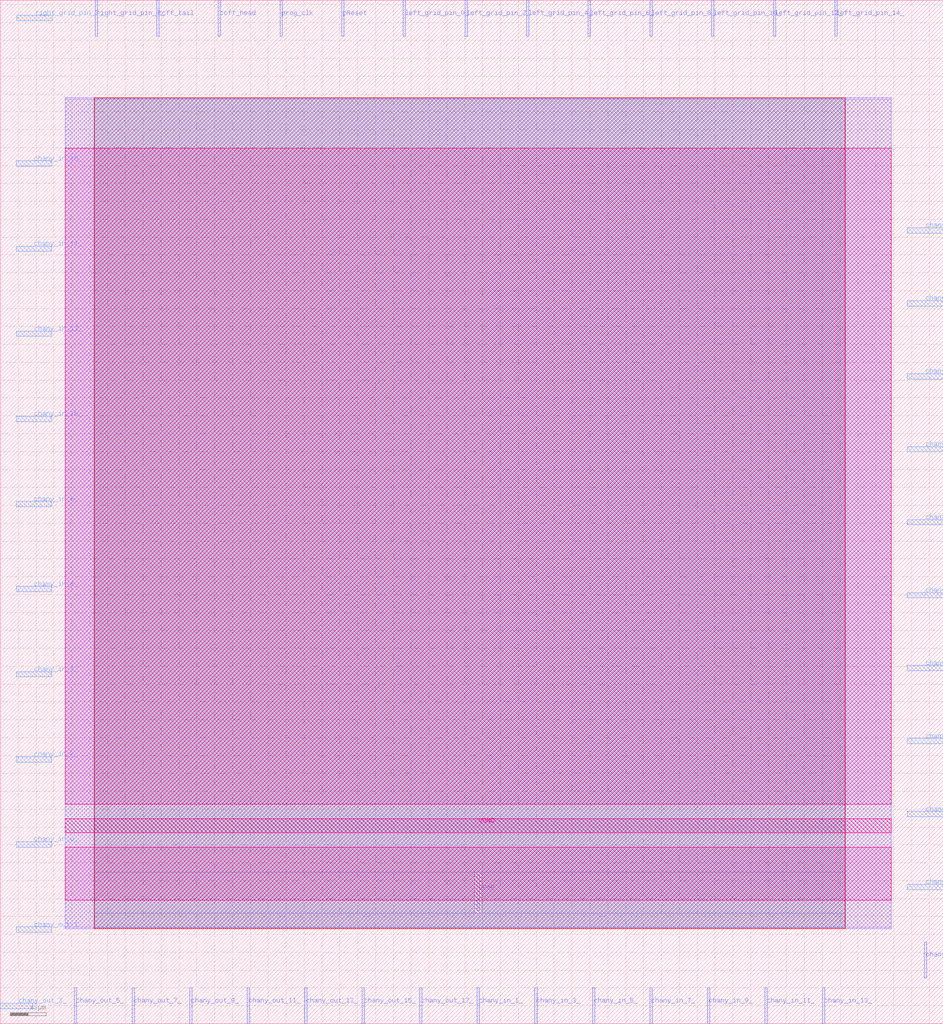
<source format=lef>
VERSION 5.7 ;
  NAMESCASESENSITIVE ON ;
  NOWIREEXTENSIONATPIN ON ;
  DIVIDERCHAR "/" ;
  BUSBITCHARS "[]" ;
UNITS
  DATABASE MICRONS 200 ;
END UNITS

MACRO cby_0__1_
  CLASS BLOCK ;
  FOREIGN cby_0__1_ ;
  ORIGIN 0.000 0.000 ;
  SIZE 105.545 BY 114.495 ;
  PIN chany_out_1_
    DIRECTION OUTPUT TRISTATE ;
    PORT
      LAYER met3 ;
        RECT 1.770 10.240 5.770 10.840 ;
    END
  END chany_out_1_
  PIN chany_in_0_
    DIRECTION INPUT ;
    PORT
      LAYER met3 ;
        RECT 1.770 19.760 5.770 20.360 ;
    END
  END chany_in_0_
  PIN chany_in_2_
    DIRECTION INPUT ;
    PORT
      LAYER met3 ;
        RECT 1.770 29.280 5.770 29.880 ;
    END
  END chany_in_2_
  PIN chany_in_4_
    DIRECTION INPUT ;
    PORT
      LAYER met3 ;
        RECT 1.770 38.800 5.770 39.400 ;
    END
  END chany_in_4_
  PIN chany_in_6_
    DIRECTION INPUT ;
    PORT
      LAYER met3 ;
        RECT 1.770 48.320 5.770 48.920 ;
    END
  END chany_in_6_
  PIN chany_in_8_
    DIRECTION INPUT ;
    PORT
      LAYER met3 ;
        RECT 1.770 57.840 5.770 58.440 ;
    END
  END chany_in_8_
  PIN chany_in_10_
    DIRECTION INPUT ;
    PORT
      LAYER met3 ;
        RECT 1.770 67.360 5.770 67.960 ;
    END
  END chany_in_10_
  PIN chany_in_12_
    DIRECTION INPUT ;
    PORT
      LAYER met3 ;
        RECT 1.770 76.880 5.770 77.480 ;
    END
  END chany_in_12_
  PIN chany_in_14_
    DIRECTION INPUT ;
    PORT
      LAYER met3 ;
        RECT 1.770 86.400 5.770 87.000 ;
    END
  END chany_in_14_
  PIN chany_in_16_
    DIRECTION INPUT ;
    PORT
      LAYER met3 ;
        RECT 1.770 95.920 5.770 96.520 ;
    END
  END chany_in_16_
  PIN right_grid_pin_3_
    DIRECTION OUTPUT TRISTATE ;
    PORT
      LAYER met3 ;
        RECT 1.840 112.195 5.840 112.795 ;
    END
  END right_grid_pin_3_
  PIN right_grid_pin_7_
    DIRECTION OUTPUT TRISTATE ;
    PORT
      LAYER met2 ;
        RECT 10.600 110.495 10.880 114.495 ;
    END
  END right_grid_pin_7_
  PIN ccff_tail
    DIRECTION OUTPUT TRISTATE ;
    PORT
      LAYER met2 ;
        RECT 17.500 110.495 17.780 114.495 ;
    END
  END ccff_tail
  PIN ccff_head
    DIRECTION INPUT ;
    PORT
      LAYER met2 ;
        RECT 24.400 110.495 24.680 114.495 ;
    END
  END ccff_head
  PIN prog_clk
    DIRECTION INPUT ;
    PORT
      LAYER met2 ;
        RECT 31.300 110.495 31.580 114.495 ;
    END
  END prog_clk
  PIN pReset
    DIRECTION INPUT ;
    PORT
      LAYER met2 ;
        RECT 38.200 110.495 38.480 114.495 ;
    END
  END pReset
  PIN left_grid_pin_0_
    DIRECTION OUTPUT TRISTATE ;
    PORT
      LAYER met2 ;
        RECT 45.100 110.495 45.380 114.495 ;
    END
  END left_grid_pin_0_
  PIN left_grid_pin_2_
    DIRECTION OUTPUT TRISTATE ;
    PORT
      LAYER met2 ;
        RECT 52.000 110.495 52.280 114.495 ;
    END
  END left_grid_pin_2_
  PIN left_grid_pin_4_
    DIRECTION OUTPUT TRISTATE ;
    PORT
      LAYER met2 ;
        RECT 58.900 110.495 59.180 114.495 ;
    END
  END left_grid_pin_4_
  PIN left_grid_pin_6_
    DIRECTION OUTPUT TRISTATE ;
    PORT
      LAYER met2 ;
        RECT 65.800 110.495 66.080 114.495 ;
    END
  END left_grid_pin_6_
  PIN left_grid_pin_8_
    DIRECTION OUTPUT TRISTATE ;
    PORT
      LAYER met2 ;
        RECT 72.700 110.495 72.980 114.495 ;
    END
  END left_grid_pin_8_
  PIN left_grid_pin_10_
    DIRECTION OUTPUT TRISTATE ;
    PORT
      LAYER met2 ;
        RECT 79.600 110.495 79.880 114.495 ;
    END
  END left_grid_pin_10_
  PIN left_grid_pin_12_
    DIRECTION OUTPUT TRISTATE ;
    PORT
      LAYER met2 ;
        RECT 86.500 110.495 86.780 114.495 ;
    END
  END left_grid_pin_12_
  PIN left_grid_pin_14_
    DIRECTION OUTPUT TRISTATE ;
    PORT
      LAYER met2 ;
        RECT 93.400 110.495 93.680 114.495 ;
    END
  END left_grid_pin_14_
  PIN chany_in_15_
    DIRECTION INPUT ;
    PORT
      LAYER met2 ;
        RECT 103.405 5.140 103.685 9.140 ;
    END
  END chany_in_15_
  PIN chany_in_17_
    DIRECTION INPUT ;
    PORT
      LAYER met3 ;
        RECT 101.545 15.000 105.545 15.600 ;
    END
  END chany_in_17_
  PIN chany_out_0_
    DIRECTION OUTPUT TRISTATE ;
    PORT
      LAYER met3 ;
        RECT 101.545 23.160 105.545 23.760 ;
    END
  END chany_out_0_
  PIN chany_out_2_
    DIRECTION OUTPUT TRISTATE ;
    PORT
      LAYER met3 ;
        RECT 101.545 31.320 105.545 31.920 ;
    END
  END chany_out_2_
  PIN chany_out_4_
    DIRECTION OUTPUT TRISTATE ;
    PORT
      LAYER met3 ;
        RECT 101.545 39.480 105.545 40.080 ;
    END
  END chany_out_4_
  PIN chany_out_6_
    DIRECTION OUTPUT TRISTATE ;
    PORT
      LAYER met3 ;
        RECT 101.545 47.640 105.545 48.240 ;
    END
  END chany_out_6_
  PIN chany_out_8_
    DIRECTION OUTPUT TRISTATE ;
    PORT
      LAYER met3 ;
        RECT 101.545 55.800 105.545 56.400 ;
    END
  END chany_out_8_
  PIN chany_out_10_
    DIRECTION OUTPUT TRISTATE ;
    PORT
      LAYER met3 ;
        RECT 101.545 63.960 105.545 64.560 ;
    END
  END chany_out_10_
  PIN chany_out_12_
    DIRECTION OUTPUT TRISTATE ;
    PORT
      LAYER met3 ;
        RECT 101.545 72.120 105.545 72.720 ;
    END
  END chany_out_12_
  PIN chany_out_14_
    DIRECTION OUTPUT TRISTATE ;
    PORT
      LAYER met3 ;
        RECT 101.545 80.280 105.545 80.880 ;
    END
  END chany_out_14_
  PIN chany_out_16_
    DIRECTION OUTPUT TRISTATE ;
    PORT
      LAYER met3 ;
        RECT 101.545 88.440 105.545 89.040 ;
    END
  END chany_out_16_
  PIN chany_out_3_
    DIRECTION OUTPUT TRISTATE ;
    PORT
      LAYER met3 ;
        RECT 0.000 1.700 4.000 2.300 ;
    END
  END chany_out_3_
  PIN chany_out_5_
    DIRECTION OUTPUT TRISTATE ;
    PORT
      LAYER met2 ;
        RECT 8.300 0.000 8.580 4.000 ;
    END
  END chany_out_5_
  PIN chany_out_7_
    DIRECTION OUTPUT TRISTATE ;
    PORT
      LAYER met2 ;
        RECT 14.740 0.000 15.020 4.000 ;
    END
  END chany_out_7_
  PIN chany_out_9_
    DIRECTION OUTPUT TRISTATE ;
    PORT
      LAYER met2 ;
        RECT 21.180 0.000 21.460 4.000 ;
    END
  END chany_out_9_
  PIN chany_out_11_
    DIRECTION OUTPUT TRISTATE ;
    PORT
      LAYER met2 ;
        RECT 27.620 0.000 27.900 4.000 ;
    END
  END chany_out_11_
  PIN chany_out_13_
    DIRECTION OUTPUT TRISTATE ;
    PORT
      LAYER met2 ;
        RECT 34.060 0.000 34.340 4.000 ;
    END
  END chany_out_13_
  PIN chany_out_15_
    DIRECTION OUTPUT TRISTATE ;
    PORT
      LAYER met2 ;
        RECT 40.500 0.000 40.780 4.000 ;
    END
  END chany_out_15_
  PIN chany_out_17_
    DIRECTION OUTPUT TRISTATE ;
    PORT
      LAYER met2 ;
        RECT 46.940 0.000 47.220 4.000 ;
    END
  END chany_out_17_
  PIN chany_in_1_
    DIRECTION INPUT ;
    PORT
      LAYER met2 ;
        RECT 53.380 0.000 53.660 4.000 ;
    END
  END chany_in_1_
  PIN chany_in_3_
    DIRECTION INPUT ;
    PORT
      LAYER met2 ;
        RECT 59.820 0.000 60.100 4.000 ;
    END
  END chany_in_3_
  PIN chany_in_5_
    DIRECTION INPUT ;
    PORT
      LAYER met2 ;
        RECT 66.260 0.000 66.540 4.000 ;
    END
  END chany_in_5_
  PIN chany_in_7_
    DIRECTION INPUT ;
    PORT
      LAYER met2 ;
        RECT 72.700 0.000 72.980 4.000 ;
    END
  END chany_in_7_
  PIN chany_in_9_
    DIRECTION INPUT ;
    PORT
      LAYER met2 ;
        RECT 79.140 0.000 79.420 4.000 ;
    END
  END chany_in_9_
  PIN chany_in_11_
    DIRECTION INPUT ;
    PORT
      LAYER met2 ;
        RECT 85.580 0.000 85.860 4.000 ;
    END
  END chany_in_11_
  PIN chany_in_13_
    DIRECTION INPUT ;
    PORT
      LAYER met2 ;
        RECT 92.020 0.000 92.300 4.000 ;
    END
  END chany_in_13_
  PIN VPWR
    DIRECTION INPUT ;
    USE POWER ;
    PORT
      LAYER met2 ;
        RECT 53.380 12.640 53.660 16.640 ;
    END
  END VPWR
  PIN VGND
    DIRECTION INPUT ;
    USE GROUND ;
    PORT
      LAYER met5 ;
        RECT 7.290 21.340 99.750 22.940 ;
    END
  END VGND
  OBS
      LAYER li1 ;
        RECT 7.290 10.795 99.750 103.445 ;
      LAYER met1 ;
        RECT 7.290 10.640 99.750 103.600 ;
      LAYER met2 ;
        RECT 10.550 16.920 94.530 103.600 ;
        RECT 10.550 12.360 53.100 16.920 ;
        RECT 53.940 12.360 94.530 16.920 ;
        RECT 10.550 10.640 94.530 12.360 ;
      LAYER met3 ;
        RECT 10.490 10.715 94.590 103.525 ;
      LAYER met4 ;
        RECT 10.490 10.640 94.590 103.600 ;
      LAYER met5 ;
        RECT 7.290 24.540 99.750 97.940 ;
        RECT 7.290 13.840 99.750 19.740 ;
  END
END cby_0__1_
END LIBRARY


</source>
